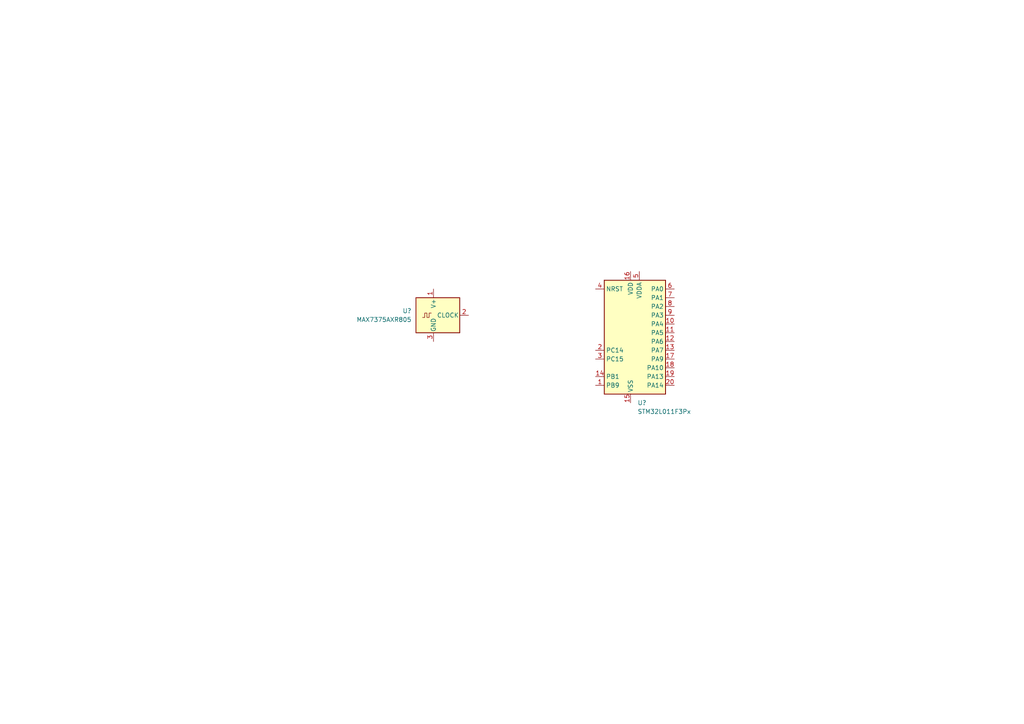
<source format=kicad_sch>
(kicad_sch (version 20211123) (generator eeschema)
  (paper "A4")
  (lib_symbols
    (symbol "MCU_ST_STM32L0:STM32L011F3Px"
      (property "Reference" "U" (at -10.16 16.51 0))
      (property "Value" "STM32L011F3Px" (at 2.54 16.51 0))
      (symbol "STM32L011F3Px_0_1"
        (rectangle (start -10.16 -17.78) (end 7.62 15.24) (stroke (width 0.254)) (fill (type background)))
      )
      (symbol "STM32L011F3Px_1_1"
        (pin bidirectional line (at -12.7 -15.24 0) (length 2.54) (name "PB9") (number "1"))
        (pin bidirectional line (at 10.16 2.54 180) (length 2.54) (name "PA4") (number "10"))
        (pin bidirectional line (at 10.16 0 180) (length 2.54) (name "PA5") (number "11"))
        (pin bidirectional line (at 10.16 -2.54 180) (length 2.54) (name "PA6") (number "12"))
        (pin bidirectional line (at 10.16 -5.08 180) (length 2.54) (name "PA7") (number "13"))
        (pin bidirectional line (at -12.7 -12.7 0) (length 2.54) (name "PB1") (number "14"))
        (pin power_in line (at -2.54 -20.32 90) (length 2.54) (name "VSS") (number "15"))
        (pin power_in line (at -2.54 17.78 270) (length 2.54) (name "VDD") (number "16"))
        (pin bidirectional line (at 10.16 -7.62 180) (length 2.54) (name "PA9") (number "17"))
        (pin bidirectional line (at 10.16 -10.16 180) (length 2.54) (name "PA10") (number "18"))
        (pin bidirectional line (at 10.16 -12.7 180) (length 2.54) (name "PA13") (number "19"))
        (pin bidirectional line (at -12.7 -5.08 0) (length 2.54) (name "PC14") (number "2"))
        (pin bidirectional line (at 10.16 -15.24 180) (length 2.54) (name "PA14") (number "20"))
        (pin bidirectional line (at -12.7 -7.62 0) (length 2.54) (name "PC15") (number "3"))
        (pin input line (at -12.7 12.7 0) (length 2.54) (name "NRST") (number "4"))
        (pin power_in line (at 0 17.78 270) (length 2.54) (name "VDDA") (number "5"))
        (pin bidirectional line (at 10.16 12.7 180) (length 2.54) (name "PA0") (number "6"))
        (pin bidirectional line (at 10.16 10.16 180) (length 2.54) (name "PA1") (number "7"))
        (pin bidirectional line (at 10.16 7.62 180) (length 2.54) (name "PA2") (number "8"))
        (pin bidirectional line (at 10.16 5.08 180) (length 2.54) (name "PA3") (number "9"))
      )
    )
    (symbol "Oscillator:MAX7375AXR805" (pin_names (offset 0.254))
      (property "Reference" "U" (at -2.54 6.35 0))
      (property "Value" "MAX7375AXR805" (at 1.27 -6.35 0))
      (symbol "MAX7375AXR805_0_1"
        (rectangle (start -5.08 5.08) (end 7.62 -5.08) (stroke (width 0.254)) (fill (type background)))
        (polyline (pts (xy -3.175 -0.635) (xy -2.54 -0.635) (xy -2.54 0.635) (xy -1.905 0.635) (xy -1.905 -0.635) (xy -1.27 -0.635) (xy -1.27 0.635) (xy -0.635 0.635)))
      )
      (symbol "MAX7375AXR805_1_1"
        (pin power_in line (at 0 7.62 270) (length 2.54) (name "V+") (number "1"))
        (pin output line (at 10.16 0 180) (length 2.54) (name "CLOCK") (number "2"))
        (pin power_in line (at 0 -7.62 90) (length 2.54) (name "GND") (number "3"))
      )
    )
  )
  (symbol (lib_id "MCU_ST_STM32L0:STM32L011F3Px") (at 185.42 96.52 0) (unit 1)
    (property "Reference" "U?" (at 184.8994 116.84 0) (effects (justify left)))
    (property "Value" "STM32L011F3Px" (at 184.8994 119.38 0) (effects (justify left)))
    (property "Footprint" "Package_SO:TSSOP-20_4.4x6.5mm_P0.65mm" (effects hide))
    (property "Datasheet" "http://www.st.com/st-web-ui/static/active/en/resource/technical/document/datasheet/DM00206508.pdf" (effects hide))
  )
  (symbol (lib_id "Oscillator:MAX7375AXR805") (at 125.73 91.44 0) (unit 1)
    (property "Reference" "U?" (at 119.38 90.1699 0) (effects (justify right)))
    (property "Value" "MAX7375AXR805" (at 119.38 92.7099 0) (effects (justify right)))
    (property "Footprint" "Package_TO_SOT_SMD:SOT-323_SC-70" (effects hide))
    (property "Datasheet" "https://datasheets.maximintegrated.com/en/ds/MAX7375.pdf" (effects hide))
  )
)
</source>
